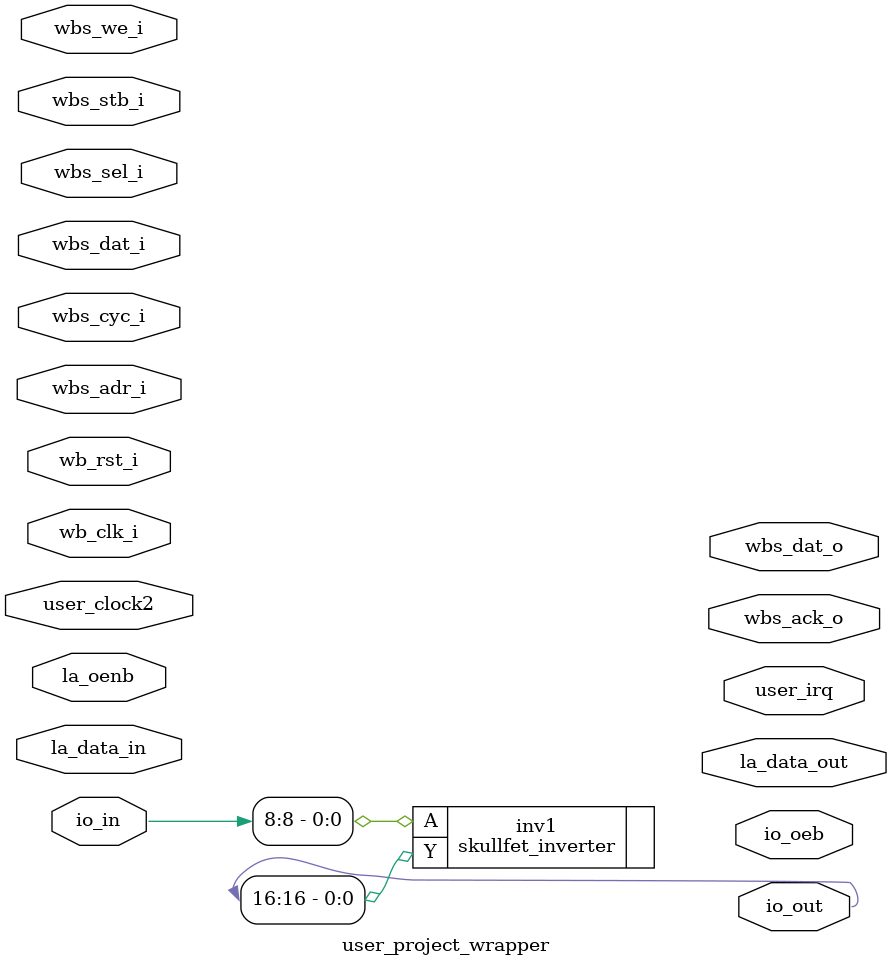
<source format=v>
module user_project_wrapper (user_clock2,
    wb_clk_i,
    wb_rst_i,
    wbs_ack_o,
    wbs_cyc_i,
    wbs_stb_i,
    wbs_we_i,
    io_in,
    io_oeb,
    io_out,
    la_data_in,
    la_data_out,
    la_oenb,
    user_irq,
    wbs_adr_i,
    wbs_dat_i,
    wbs_dat_o,
    wbs_sel_i);
 input user_clock2;
 input wb_clk_i;
 input wb_rst_i;
 output wbs_ack_o;
 input wbs_cyc_i;
 input wbs_stb_i;
 input wbs_we_i;
 input [37:0] io_in;
 output [37:0] io_oeb;
 output [37:0] io_out;
 input [63:0] la_data_in;
 output [63:0] la_data_out;
 input [63:0] la_oenb;
 output [2:0] user_irq;
 input [31:0] wbs_adr_i;
 input [31:0] wbs_dat_i;
 output [31:0] wbs_dat_o;
 input [3:0] wbs_sel_i;


 skullfet_inverter inv1 (.Y(io_out[16]),
    .A(io_in[8]));
endmodule


</source>
